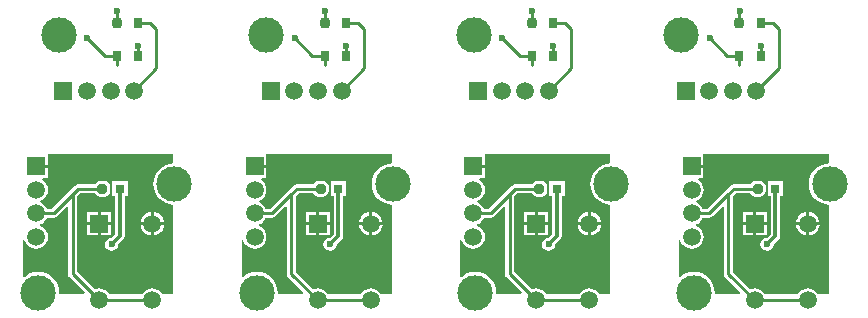
<source format=gbl>
G04*
G04 #@! TF.GenerationSoftware,Altium Limited,Altium Designer,20.1.8 (145)*
G04*
G04 Layer_Physical_Order=2*
G04 Layer_Color=16711680*
%FSLAX25Y25*%
%MOIN*%
G70*
G04*
G04 #@! TF.SameCoordinates,412804ED-27A4-4B33-A170-4839FA9A990F*
G04*
G04*
G04 #@! TF.FilePolarity,Positive*
G04*
G01*
G75*
G04:AMPARAMS|DCode=12|XSize=31.5mil|YSize=31.5mil|CornerRadius=7.87mil|HoleSize=0mil|Usage=FLASHONLY|Rotation=0.000|XOffset=0mil|YOffset=0mil|HoleType=Round|Shape=RoundedRectangle|*
%AMROUNDEDRECTD12*
21,1,0.03150,0.01575,0,0,0.0*
21,1,0.01575,0.03150,0,0,0.0*
1,1,0.01575,0.00787,-0.00787*
1,1,0.01575,-0.00787,-0.00787*
1,1,0.01575,-0.00787,0.00787*
1,1,0.01575,0.00787,0.00787*
%
%ADD12ROUNDEDRECTD12*%
%ADD13R,0.03150X0.03150*%
%ADD14C,0.01000*%
%ADD15C,0.01181*%
%ADD17C,0.00122*%
%ADD18C,0.11811*%
%ADD19C,0.05906*%
%ADD20R,0.05906X0.05906*%
%ADD21C,0.02362*%
%ADD22R,0.05906X0.05906*%
%ADD23R,0.03150X0.03347*%
G04:AMPARAMS|DCode=24|XSize=33.47mil|YSize=31.5mil|CornerRadius=7.87mil|HoleSize=0mil|Usage=FLASHONLY|Rotation=270.000|XOffset=0mil|YOffset=0mil|HoleType=Round|Shape=RoundedRectangle|*
%AMROUNDEDRECTD24*
21,1,0.03347,0.01575,0,0,270.0*
21,1,0.01772,0.03150,0,0,270.0*
1,1,0.01575,-0.00787,-0.00886*
1,1,0.01575,-0.00787,0.00886*
1,1,0.01575,0.00787,0.00886*
1,1,0.01575,0.00787,-0.00886*
%
%ADD24ROUNDEDRECTD24*%
G36*
X277728Y51239D02*
X276768Y51144D01*
X275467Y50749D01*
X274267Y50108D01*
X273216Y49245D01*
X272353Y48194D01*
X271711Y46994D01*
X271317Y45692D01*
X271183Y44339D01*
X271317Y42985D01*
X271711Y41683D01*
X272353Y40483D01*
X273216Y39432D01*
X274267Y38569D01*
X275467Y37928D01*
X276768Y37533D01*
X277728Y37438D01*
Y7724D01*
X274159D01*
X273658Y8378D01*
X272832Y9012D01*
X271870Y9410D01*
X270839Y9546D01*
X269807Y9410D01*
X268845Y9012D01*
X268020Y8378D01*
X267518Y7724D01*
X256443D01*
X255941Y8378D01*
X255116Y9012D01*
X254154Y9410D01*
X253122Y9546D01*
X252090Y9410D01*
X251626Y9218D01*
X245793Y15051D01*
Y40268D01*
X246760Y41234D01*
X251665D01*
X252030Y40688D01*
X252622Y40293D01*
X253319Y40154D01*
X254894D01*
X255591Y40293D01*
X256182Y40688D01*
X256577Y41279D01*
X256716Y41976D01*
Y43551D01*
X256577Y44249D01*
X256182Y44840D01*
X255591Y45235D01*
X254894Y45374D01*
X253319D01*
X252622Y45235D01*
X252030Y44840D01*
X251665Y44293D01*
X246126D01*
X245541Y44177D01*
X245044Y43845D01*
X243182Y41983D01*
X237331Y36132D01*
X235704D01*
X235512Y36596D01*
X234878Y37422D01*
X234052Y38055D01*
X233537Y38269D01*
Y38810D01*
X234052Y39024D01*
X234878Y39657D01*
X235512Y40483D01*
X235910Y41445D01*
X236046Y42476D01*
X235910Y43508D01*
X235512Y44470D01*
X234878Y45296D01*
X234093Y45898D01*
X234093Y45954D01*
X234428Y46398D01*
X236012D01*
Y49850D01*
X232059D01*
Y50850D01*
X236012D01*
Y54287D01*
X268280Y54287D01*
X277728D01*
Y51239D01*
D02*
G37*
G36*
X204894D02*
X203934Y51144D01*
X202632Y50749D01*
X201432Y50108D01*
X200381Y49245D01*
X199518Y48194D01*
X198877Y46994D01*
X198482Y45692D01*
X198348Y44339D01*
X198482Y42985D01*
X198877Y41683D01*
X199518Y40483D01*
X200381Y39432D01*
X201432Y38569D01*
X202632Y37928D01*
X203934Y37533D01*
X204894Y37438D01*
Y7724D01*
X201325D01*
X200823Y8378D01*
X199997Y9012D01*
X199036Y9410D01*
X198004Y9546D01*
X196972Y9410D01*
X196010Y9012D01*
X195185Y8378D01*
X194683Y7724D01*
X183608D01*
X183107Y8378D01*
X182281Y9012D01*
X181319Y9410D01*
X180287Y9546D01*
X179255Y9410D01*
X178791Y9218D01*
X172959Y15051D01*
Y40268D01*
X173925Y41234D01*
X178830D01*
X179196Y40688D01*
X179787Y40293D01*
X180484Y40154D01*
X182059D01*
X182756Y40293D01*
X183348Y40688D01*
X183743Y41279D01*
X183881Y41976D01*
Y43551D01*
X183743Y44249D01*
X183348Y44840D01*
X182756Y45235D01*
X182059Y45374D01*
X180484D01*
X179787Y45235D01*
X179196Y44840D01*
X178830Y44293D01*
X173291D01*
X172706Y44177D01*
X172210Y43845D01*
X170348Y41983D01*
X164496Y36132D01*
X162869D01*
X162677Y36596D01*
X162044Y37422D01*
X161218Y38055D01*
X160702Y38269D01*
Y38810D01*
X161218Y39024D01*
X162044Y39657D01*
X162677Y40483D01*
X163075Y41445D01*
X163211Y42476D01*
X163075Y43508D01*
X162677Y44470D01*
X162044Y45296D01*
X161259Y45898D01*
X161258Y45954D01*
X161594Y46398D01*
X163177D01*
Y49850D01*
X159224D01*
Y50850D01*
X163177D01*
Y54287D01*
X195445Y54287D01*
X204894D01*
Y51239D01*
D02*
G37*
G36*
X132059D02*
X131099Y51144D01*
X129797Y50749D01*
X128598Y50108D01*
X127546Y49245D01*
X126683Y48194D01*
X126042Y46994D01*
X125647Y45692D01*
X125514Y44339D01*
X125647Y42985D01*
X126042Y41683D01*
X126683Y40483D01*
X127546Y39432D01*
X128598Y38569D01*
X129797Y37928D01*
X131099Y37533D01*
X132059Y37438D01*
Y7724D01*
X128490D01*
X127988Y8378D01*
X127163Y9012D01*
X126201Y9410D01*
X125169Y9546D01*
X124137Y9410D01*
X123176Y9012D01*
X122350Y8378D01*
X121848Y7724D01*
X110774D01*
X110272Y8378D01*
X109446Y9012D01*
X108485Y9410D01*
X107453Y9546D01*
X106421Y9410D01*
X105957Y9218D01*
X100124Y15051D01*
Y40268D01*
X101090Y41234D01*
X105996D01*
X106361Y40688D01*
X106952Y40293D01*
X107650Y40154D01*
X109224D01*
X109922Y40293D01*
X110513Y40688D01*
X110908Y41279D01*
X111047Y41976D01*
Y43551D01*
X110908Y44249D01*
X110513Y44840D01*
X109922Y45235D01*
X109224Y45374D01*
X107650D01*
X106952Y45235D01*
X106361Y44840D01*
X105996Y44293D01*
X100457D01*
X99871Y44177D01*
X99375Y43845D01*
X97513Y41983D01*
X91662Y36132D01*
X90035D01*
X89842Y36596D01*
X89209Y37422D01*
X88383Y38055D01*
X87867Y38269D01*
Y38810D01*
X88383Y39024D01*
X89209Y39657D01*
X89842Y40483D01*
X90241Y41445D01*
X90377Y42476D01*
X90241Y43508D01*
X89842Y44470D01*
X89209Y45296D01*
X88424Y45898D01*
X88424Y45954D01*
X88759Y46398D01*
X90342D01*
Y49850D01*
X86390D01*
Y50850D01*
X90342D01*
Y54287D01*
X122610Y54287D01*
X132059D01*
Y51239D01*
D02*
G37*
G36*
X59224D02*
X58264Y51144D01*
X56963Y50749D01*
X55763Y50108D01*
X54712Y49245D01*
X53849Y48194D01*
X53207Y46994D01*
X52812Y45692D01*
X52679Y44339D01*
X52812Y42985D01*
X53207Y41683D01*
X53849Y40483D01*
X54712Y39432D01*
X55763Y38569D01*
X56963Y37928D01*
X58264Y37533D01*
X59224Y37438D01*
Y7724D01*
X55655D01*
X55154Y8378D01*
X54328Y9012D01*
X53367Y9410D01*
X52335Y9546D01*
X51303Y9410D01*
X50341Y9012D01*
X49516Y8378D01*
X49014Y7724D01*
X37939D01*
X37437Y8378D01*
X36612Y9012D01*
X35650Y9410D01*
X34618Y9546D01*
X33586Y9410D01*
X33122Y9218D01*
X27289Y15051D01*
Y40268D01*
X28256Y41234D01*
X33161D01*
X33526Y40688D01*
X34117Y40293D01*
X34815Y40154D01*
X36390D01*
X37087Y40293D01*
X37678Y40688D01*
X38074Y41279D01*
X38212Y41976D01*
Y43551D01*
X38074Y44249D01*
X37678Y44840D01*
X37087Y45235D01*
X36390Y45374D01*
X34815D01*
X34117Y45235D01*
X33526Y44840D01*
X33161Y44293D01*
X27622D01*
X27037Y44177D01*
X26541Y43845D01*
X24678Y41983D01*
X18827Y36132D01*
X17200D01*
X17008Y36596D01*
X16374Y37422D01*
X15549Y38055D01*
X15033Y38269D01*
Y38810D01*
X15549Y39024D01*
X16374Y39657D01*
X17008Y40483D01*
X17406Y41445D01*
X17542Y42476D01*
X17406Y43508D01*
X17008Y44470D01*
X16374Y45296D01*
X15589Y45898D01*
X15589Y45954D01*
X15924Y46398D01*
X17508D01*
Y49850D01*
X13555D01*
Y50850D01*
X17508D01*
Y54287D01*
X49776Y54287D01*
X59224D01*
Y51239D01*
D02*
G37*
G36*
X242734Y36556D02*
Y14417D01*
X242851Y13832D01*
X243182Y13336D01*
X248332Y8186D01*
X248141Y7724D01*
X240119D01*
X239783Y8095D01*
X239785Y8118D01*
X239652Y9472D01*
X239257Y10774D01*
X238616Y11973D01*
X237753Y13025D01*
X236701Y13888D01*
X235502Y14529D01*
X234200Y14924D01*
X232846Y15057D01*
X231493Y14924D01*
X230191Y14529D01*
X228991Y13888D01*
X228228Y13261D01*
X227728Y13498D01*
Y25604D01*
X228208Y25696D01*
X228606Y24735D01*
X229240Y23909D01*
X230066Y23276D01*
X231027Y22877D01*
X232059Y22741D01*
X233091Y22877D01*
X234052Y23276D01*
X234878Y23909D01*
X235512Y24735D01*
X235910Y25697D01*
X236046Y26728D01*
X235910Y27760D01*
X235512Y28722D01*
X234878Y29548D01*
X234052Y30181D01*
X233537Y30395D01*
Y30936D01*
X234052Y31150D01*
X234878Y31783D01*
X235512Y32609D01*
X235704Y33073D01*
X237965D01*
X238550Y33189D01*
X239046Y33521D01*
X242272Y36747D01*
X242734Y36556D01*
D02*
G37*
G36*
X169900D02*
Y14417D01*
X170016Y13832D01*
X170348Y13336D01*
X175497Y8186D01*
X175306Y7724D01*
X167284D01*
X166948Y8095D01*
X166951Y8118D01*
X166817Y9472D01*
X166423Y10774D01*
X165781Y11973D01*
X164918Y13025D01*
X163867Y13888D01*
X162667Y14529D01*
X161365Y14924D01*
X160012Y15057D01*
X158658Y14924D01*
X157356Y14529D01*
X156157Y13888D01*
X155394Y13261D01*
X154894Y13498D01*
Y25604D01*
X155373Y25696D01*
X155772Y24735D01*
X156405Y23909D01*
X157231Y23276D01*
X158193Y22877D01*
X159224Y22741D01*
X160256Y22877D01*
X161218Y23276D01*
X162044Y23909D01*
X162677Y24735D01*
X163075Y25697D01*
X163211Y26728D01*
X163075Y27760D01*
X162677Y28722D01*
X162044Y29548D01*
X161218Y30181D01*
X160702Y30395D01*
Y30936D01*
X161218Y31150D01*
X162044Y31783D01*
X162677Y32609D01*
X162869Y33073D01*
X165130D01*
X165715Y33189D01*
X166211Y33521D01*
X169438Y36747D01*
X169900Y36556D01*
D02*
G37*
G36*
X97065D02*
Y14417D01*
X97181Y13832D01*
X97513Y13336D01*
X102663Y8186D01*
X102471Y7724D01*
X94450D01*
X94114Y8095D01*
X94116Y8118D01*
X93983Y9472D01*
X93588Y10774D01*
X92947Y11973D01*
X92084Y13025D01*
X91032Y13888D01*
X89833Y14529D01*
X88531Y14924D01*
X87177Y15057D01*
X85824Y14924D01*
X84522Y14529D01*
X83322Y13888D01*
X82559Y13261D01*
X82059Y13498D01*
Y25604D01*
X82539Y25696D01*
X82937Y24735D01*
X83571Y23909D01*
X84396Y23276D01*
X85358Y22877D01*
X86390Y22741D01*
X87422Y22877D01*
X88383Y23276D01*
X89209Y23909D01*
X89842Y24735D01*
X90241Y25697D01*
X90377Y26728D01*
X90241Y27760D01*
X89842Y28722D01*
X89209Y29548D01*
X88383Y30181D01*
X87867Y30395D01*
Y30936D01*
X88383Y31150D01*
X89209Y31783D01*
X89842Y32609D01*
X90035Y33073D01*
X92295D01*
X92880Y33189D01*
X93377Y33521D01*
X96603Y36747D01*
X97065Y36556D01*
D02*
G37*
G36*
X24230D02*
Y14417D01*
X24347Y13832D01*
X24678Y13336D01*
X29828Y8186D01*
X29637Y7724D01*
X21615D01*
X21279Y8095D01*
X21281Y8118D01*
X21148Y9472D01*
X20753Y10774D01*
X20112Y11973D01*
X19249Y13025D01*
X18198Y13888D01*
X16998Y14529D01*
X15696Y14924D01*
X14343Y15057D01*
X12989Y14924D01*
X11687Y14529D01*
X10487Y13888D01*
X9724Y13261D01*
X9224Y13498D01*
Y25604D01*
X9704Y25696D01*
X10102Y24735D01*
X10736Y23909D01*
X11562Y23276D01*
X12523Y22877D01*
X13555Y22741D01*
X14587Y22877D01*
X15549Y23276D01*
X16374Y23909D01*
X17008Y24735D01*
X17406Y25697D01*
X17542Y26728D01*
X17406Y27760D01*
X17008Y28722D01*
X16374Y29548D01*
X15549Y30181D01*
X15033Y30395D01*
Y30936D01*
X15549Y31150D01*
X16374Y31783D01*
X17008Y32609D01*
X17200Y33073D01*
X19461D01*
X20046Y33189D01*
X20542Y33521D01*
X23768Y36747D01*
X24230Y36556D01*
D02*
G37*
%LPC*%
G36*
X271339Y35071D02*
Y31650D01*
X274760D01*
X274690Y32182D01*
X274291Y33143D01*
X273658Y33969D01*
X272832Y34602D01*
X271870Y35001D01*
X271339Y35071D01*
D02*
G37*
G36*
X257075Y35102D02*
X253622D01*
Y31650D01*
X257075D01*
Y35102D01*
D02*
G37*
G36*
X270339Y35071D02*
X269807Y35001D01*
X268845Y34602D01*
X268020Y33969D01*
X267386Y33143D01*
X266988Y32182D01*
X266918Y31650D01*
X270339D01*
Y35071D01*
D02*
G37*
G36*
X252622Y35102D02*
X249169D01*
Y31650D01*
X252622D01*
Y35102D01*
D02*
G37*
G36*
X274760Y30650D02*
X271339D01*
Y27229D01*
X271870Y27299D01*
X272832Y27697D01*
X273658Y28330D01*
X274291Y29156D01*
X274690Y30118D01*
X274760Y30650D01*
D02*
G37*
G36*
X270339D02*
X266918D01*
X266988Y30118D01*
X267386Y29156D01*
X268020Y28330D01*
X268845Y27697D01*
X269807Y27299D01*
X270339Y27229D01*
Y30650D01*
D02*
G37*
G36*
X257075D02*
X253622D01*
Y27197D01*
X257075D01*
Y30650D01*
D02*
G37*
G36*
X252622D02*
X249169D01*
Y27197D01*
X252622D01*
Y30650D01*
D02*
G37*
G36*
X262587Y45339D02*
X257437D01*
Y40189D01*
X258390D01*
Y27687D01*
X257169Y26466D01*
X256405Y26314D01*
X255683Y25832D01*
X255201Y25111D01*
X255032Y24260D01*
X255201Y23409D01*
X255683Y22687D01*
X256405Y22205D01*
X257256Y22036D01*
X258107Y22205D01*
X258828Y22687D01*
X259311Y23409D01*
X259462Y24173D01*
X261158Y25869D01*
X261510Y26395D01*
X261633Y27016D01*
Y40189D01*
X262587D01*
Y45339D01*
D02*
G37*
G36*
X198504Y35071D02*
Y31650D01*
X201925D01*
X201855Y32182D01*
X201457Y33143D01*
X200823Y33969D01*
X199997Y34602D01*
X199036Y35001D01*
X198504Y35071D01*
D02*
G37*
G36*
X184240Y35102D02*
X180787D01*
Y31650D01*
X184240D01*
Y35102D01*
D02*
G37*
G36*
X197504Y35071D02*
X196972Y35001D01*
X196010Y34602D01*
X195185Y33969D01*
X194551Y33143D01*
X194153Y32182D01*
X194083Y31650D01*
X197504D01*
Y35071D01*
D02*
G37*
G36*
X179787Y35102D02*
X176335D01*
Y31650D01*
X179787D01*
Y35102D01*
D02*
G37*
G36*
X201925Y30650D02*
X198504D01*
Y27229D01*
X199036Y27299D01*
X199997Y27697D01*
X200823Y28330D01*
X201457Y29156D01*
X201855Y30118D01*
X201925Y30650D01*
D02*
G37*
G36*
X197504D02*
X194083D01*
X194153Y30118D01*
X194551Y29156D01*
X195185Y28330D01*
X196010Y27697D01*
X196972Y27299D01*
X197504Y27229D01*
Y30650D01*
D02*
G37*
G36*
X184240D02*
X180787D01*
Y27197D01*
X184240D01*
Y30650D01*
D02*
G37*
G36*
X179787D02*
X176335D01*
Y27197D01*
X179787D01*
Y30650D01*
D02*
G37*
G36*
X189752Y45339D02*
X184602D01*
Y40189D01*
X185556D01*
Y27687D01*
X184334Y26466D01*
X183570Y26314D01*
X182849Y25832D01*
X182367Y25111D01*
X182197Y24260D01*
X182367Y23409D01*
X182849Y22687D01*
X183570Y22205D01*
X184421Y22036D01*
X185272Y22205D01*
X185994Y22687D01*
X186476Y23409D01*
X186628Y24173D01*
X188324Y25869D01*
X188675Y26395D01*
X188799Y27016D01*
Y40189D01*
X189752D01*
Y45339D01*
D02*
G37*
G36*
X125669Y35071D02*
Y31650D01*
X129090D01*
X129020Y32182D01*
X128622Y33143D01*
X127988Y33969D01*
X127163Y34602D01*
X126201Y35001D01*
X125669Y35071D01*
D02*
G37*
G36*
X111406Y35102D02*
X107953D01*
Y31650D01*
X111406D01*
Y35102D01*
D02*
G37*
G36*
X124669Y35071D02*
X124137Y35001D01*
X123176Y34602D01*
X122350Y33969D01*
X121717Y33143D01*
X121318Y32182D01*
X121248Y31650D01*
X124669D01*
Y35071D01*
D02*
G37*
G36*
X106953Y35102D02*
X103500D01*
Y31650D01*
X106953D01*
Y35102D01*
D02*
G37*
G36*
X129090Y30650D02*
X125669D01*
Y27229D01*
X126201Y27299D01*
X127163Y27697D01*
X127988Y28330D01*
X128622Y29156D01*
X129020Y30118D01*
X129090Y30650D01*
D02*
G37*
G36*
X124669D02*
X121248D01*
X121318Y30118D01*
X121717Y29156D01*
X122350Y28330D01*
X123176Y27697D01*
X124137Y27299D01*
X124669Y27229D01*
Y30650D01*
D02*
G37*
G36*
X111406D02*
X107953D01*
Y27197D01*
X111406D01*
Y30650D01*
D02*
G37*
G36*
X106953D02*
X103500D01*
Y27197D01*
X106953D01*
Y30650D01*
D02*
G37*
G36*
X116917Y45339D02*
X111768D01*
Y40189D01*
X112721D01*
Y27687D01*
X111500Y26466D01*
X110736Y26314D01*
X110014Y25832D01*
X109532Y25111D01*
X109363Y24260D01*
X109532Y23409D01*
X110014Y22687D01*
X110736Y22205D01*
X111587Y22036D01*
X112438Y22205D01*
X113159Y22687D01*
X113641Y23409D01*
X113793Y24173D01*
X115489Y25869D01*
X115841Y26395D01*
X115964Y27016D01*
Y40189D01*
X116917D01*
Y45339D01*
D02*
G37*
G36*
X52835Y35071D02*
Y31650D01*
X56256D01*
X56186Y32182D01*
X55787Y33143D01*
X55154Y33969D01*
X54328Y34602D01*
X53367Y35001D01*
X52835Y35071D01*
D02*
G37*
G36*
X38571Y35102D02*
X35118D01*
Y31650D01*
X38571D01*
Y35102D01*
D02*
G37*
G36*
X51835Y35071D02*
X51303Y35001D01*
X50341Y34602D01*
X49516Y33969D01*
X48882Y33143D01*
X48484Y32182D01*
X48414Y31650D01*
X51835D01*
Y35071D01*
D02*
G37*
G36*
X34118Y35102D02*
X30665D01*
Y31650D01*
X34118D01*
Y35102D01*
D02*
G37*
G36*
X56256Y30650D02*
X52835D01*
Y27229D01*
X53367Y27299D01*
X54328Y27697D01*
X55154Y28330D01*
X55787Y29156D01*
X56186Y30118D01*
X56256Y30650D01*
D02*
G37*
G36*
X51835D02*
X48414D01*
X48484Y30118D01*
X48882Y29156D01*
X49516Y28330D01*
X50341Y27697D01*
X51303Y27299D01*
X51835Y27229D01*
Y30650D01*
D02*
G37*
G36*
X38571D02*
X35118D01*
Y27197D01*
X38571D01*
Y30650D01*
D02*
G37*
G36*
X34118D02*
X30665D01*
Y27197D01*
X34118D01*
Y30650D01*
D02*
G37*
G36*
X44083Y45339D02*
X38933D01*
Y40189D01*
X39886D01*
Y27687D01*
X38665Y26466D01*
X37901Y26314D01*
X37179Y25832D01*
X36697Y25111D01*
X36528Y24260D01*
X36697Y23409D01*
X37179Y22687D01*
X37901Y22205D01*
X38752Y22036D01*
X39603Y22205D01*
X40325Y22687D01*
X40806Y23409D01*
X40958Y24173D01*
X42655Y25869D01*
X43006Y26395D01*
X43130Y27016D01*
Y40189D01*
X44083D01*
Y45339D01*
D02*
G37*
%LPD*%
D12*
X35602Y42764D02*
D03*
X108437D02*
D03*
X181272D02*
D03*
X254106D02*
D03*
D13*
X41508D02*
D03*
X114342D02*
D03*
X187177D02*
D03*
X260012D02*
D03*
D14*
X25760Y14417D02*
X34618Y5559D01*
X25760Y14417D02*
Y40902D01*
X19461Y34602D02*
X25760Y40902D01*
X27622Y42764D01*
X35602D01*
X13555Y34602D02*
X19461D01*
X34618Y5559D02*
X52335D01*
X98594Y14417D02*
X107453Y5559D01*
X98594Y14417D02*
Y40902D01*
X92295Y34602D02*
X98594Y40902D01*
X100457Y42764D01*
X108437D01*
X86390Y34602D02*
X92295D01*
X107453Y5559D02*
X125169D01*
X171429Y14417D02*
X180287Y5559D01*
X171429Y14417D02*
Y40902D01*
X165130Y34602D02*
X171429Y40902D01*
X173291Y42764D01*
X181272D01*
X159224Y34602D02*
X165130D01*
X180287Y5559D02*
X198004D01*
X244264Y14417D02*
X253122Y5559D01*
X244264Y14417D02*
Y40902D01*
X237965Y34602D02*
X244264Y40902D01*
X246126Y42764D01*
X254106D01*
X232059Y34602D02*
X237965D01*
X253122Y5559D02*
X270839D01*
X247980Y97992D02*
X248024Y98035D01*
Y101949D01*
X248067Y101992D01*
X259067Y97992D02*
X255067D01*
X261067Y82870D02*
Y95992D01*
X259067Y97992D01*
X253689Y75492D02*
X261067Y82870D01*
X247980Y87165D02*
X243894D01*
X238067Y92992D01*
X255067Y87165D02*
Y90492D01*
X247980Y84079D02*
Y87165D01*
X178858Y97992D02*
X178902Y98035D01*
Y101949D01*
X178945Y101992D01*
X189945Y97992D02*
X185945D01*
X191945Y82870D02*
Y95992D01*
X189945Y97992D01*
X184567Y75492D02*
X191945Y82870D01*
X178858Y87165D02*
X174772D01*
X168945Y92992D01*
X185945Y87165D02*
Y90492D01*
X178858Y84079D02*
Y87165D01*
X109736Y97992D02*
X109780Y98035D01*
Y101949D01*
X109823Y101992D01*
X120823Y97992D02*
X116823D01*
X122823Y82870D02*
Y95992D01*
X120823Y97992D01*
X115445Y75492D02*
X122823Y82870D01*
X109736Y87165D02*
X105650D01*
X99823Y92992D01*
X116823Y87165D02*
Y90492D01*
X109736Y84079D02*
Y87165D01*
X40614Y97992D02*
X40657Y98035D01*
Y101949D01*
X40701Y101992D01*
X51701Y97992D02*
X47701D01*
X53701Y82870D02*
Y95992D01*
X51701Y97992D01*
X46323Y75492D02*
X53701Y82870D01*
X40614Y87165D02*
X36527D01*
X30701Y92992D01*
X47701Y87165D02*
Y90492D01*
X40614Y84079D02*
Y87165D01*
D15*
X41508Y27016D02*
Y42764D01*
X38752Y24260D02*
X41508Y27016D01*
X114342D02*
Y42764D01*
X111587Y24260D02*
X114342Y27016D01*
X187177D02*
Y42764D01*
X184421Y24260D02*
X187177Y27016D01*
X260012D02*
Y42764D01*
X257256Y24260D02*
X260012Y27016D01*
D17*
X215748Y79724D02*
D03*
Y83661D02*
D03*
Y91535D02*
D03*
Y87598D02*
D03*
X218504D02*
D03*
Y91535D02*
D03*
Y83661D02*
D03*
Y79724D02*
D03*
X197244Y80118D02*
D03*
Y84055D02*
D03*
Y91929D02*
D03*
Y87992D02*
D03*
X200000D02*
D03*
Y91929D02*
D03*
Y84055D02*
D03*
Y80118D02*
D03*
X147244Y79724D02*
D03*
Y83661D02*
D03*
Y91535D02*
D03*
Y87598D02*
D03*
X150000D02*
D03*
Y91535D02*
D03*
Y83661D02*
D03*
Y79724D02*
D03*
X128347Y80118D02*
D03*
Y84055D02*
D03*
Y91929D02*
D03*
Y87992D02*
D03*
X131102D02*
D03*
Y91929D02*
D03*
Y84055D02*
D03*
Y80118D02*
D03*
X77953Y79724D02*
D03*
Y83661D02*
D03*
Y91535D02*
D03*
Y87598D02*
D03*
X80709D02*
D03*
Y91535D02*
D03*
Y83661D02*
D03*
Y79724D02*
D03*
X61811D02*
D03*
Y83661D02*
D03*
Y91535D02*
D03*
Y87598D02*
D03*
X59055D02*
D03*
Y91535D02*
D03*
Y83661D02*
D03*
Y79724D02*
D03*
X254528Y59842D02*
D03*
X250591D02*
D03*
X242717D02*
D03*
X246654D02*
D03*
Y62598D02*
D03*
X242717D02*
D03*
X250591D02*
D03*
X254528D02*
D03*
X181693Y59842D02*
D03*
X177756D02*
D03*
X169882D02*
D03*
X173819D02*
D03*
Y62598D02*
D03*
X169882D02*
D03*
X177756D02*
D03*
X181693D02*
D03*
X214370Y29528D02*
D03*
Y25591D02*
D03*
Y17717D02*
D03*
Y21654D02*
D03*
X217126D02*
D03*
Y17717D02*
D03*
Y25591D02*
D03*
Y29528D02*
D03*
X109252Y59842D02*
D03*
X105315D02*
D03*
X97441D02*
D03*
X101378D02*
D03*
Y62598D02*
D03*
X97441D02*
D03*
X105315D02*
D03*
X109252D02*
D03*
X141929Y29528D02*
D03*
Y25591D02*
D03*
Y17717D02*
D03*
Y21654D02*
D03*
X144685D02*
D03*
Y17717D02*
D03*
Y25591D02*
D03*
Y29528D02*
D03*
X36811Y59842D02*
D03*
X32874D02*
D03*
X25000D02*
D03*
X28937D02*
D03*
Y62598D02*
D03*
X25000D02*
D03*
X32874D02*
D03*
X36811D02*
D03*
X69488Y29528D02*
D03*
Y25591D02*
D03*
Y17717D02*
D03*
Y21654D02*
D03*
X72244D02*
D03*
Y17717D02*
D03*
Y25591D02*
D03*
Y29528D02*
D03*
D18*
X59618Y44339D02*
D03*
X14343Y8118D02*
D03*
X132453Y44339D02*
D03*
X87177Y8118D02*
D03*
X205287Y44339D02*
D03*
X160012Y8118D02*
D03*
X278122Y44339D02*
D03*
X232846Y8118D02*
D03*
X228567Y93992D02*
D03*
X159445D02*
D03*
X90323D02*
D03*
X21201D02*
D03*
D19*
X13555Y26728D02*
D03*
Y42476D02*
D03*
Y34602D02*
D03*
X34618Y5559D02*
D03*
X52335D02*
D03*
Y31150D02*
D03*
X86390Y26728D02*
D03*
Y42476D02*
D03*
Y34602D02*
D03*
X107453Y5559D02*
D03*
X125169D02*
D03*
Y31150D02*
D03*
X159224Y26728D02*
D03*
Y42476D02*
D03*
Y34602D02*
D03*
X180287Y5559D02*
D03*
X198004D02*
D03*
Y31150D02*
D03*
X232059Y26728D02*
D03*
Y42476D02*
D03*
Y34602D02*
D03*
X253122Y5559D02*
D03*
X270839D02*
D03*
Y31150D02*
D03*
X253689Y75492D02*
D03*
X237941D02*
D03*
X245815D02*
D03*
X184567D02*
D03*
X168819D02*
D03*
X176693D02*
D03*
X115445D02*
D03*
X99697D02*
D03*
X107571D02*
D03*
X46323D02*
D03*
X30575D02*
D03*
X38449D02*
D03*
D20*
X13555Y50350D02*
D03*
X34618Y31150D02*
D03*
X86390Y50350D02*
D03*
X107453Y31150D02*
D03*
X159224Y50350D02*
D03*
X180287Y31150D02*
D03*
X232059Y50350D02*
D03*
X253122Y31150D02*
D03*
D21*
X38752Y24260D02*
D03*
X111587D02*
D03*
X184421D02*
D03*
X257256D02*
D03*
X248067Y101992D02*
D03*
X238067Y92992D02*
D03*
X255067Y90492D02*
D03*
X178945Y101992D02*
D03*
X168945Y92992D02*
D03*
X185945Y90492D02*
D03*
X109823Y101992D02*
D03*
X99823Y92992D02*
D03*
X116823Y90492D02*
D03*
X40701Y101992D02*
D03*
X30701Y92992D02*
D03*
X47701Y90492D02*
D03*
D22*
X230067Y75492D02*
D03*
X160945D02*
D03*
X91823D02*
D03*
X22701D02*
D03*
D23*
X255067Y87165D02*
D03*
X247980D02*
D03*
X255067Y97992D02*
D03*
X185945Y87165D02*
D03*
X178858D02*
D03*
X185945Y97992D02*
D03*
X116823Y87165D02*
D03*
X109736D02*
D03*
X116823Y97992D02*
D03*
X47701Y87165D02*
D03*
X40614D02*
D03*
X47701Y97992D02*
D03*
D24*
X247980D02*
D03*
X178858D02*
D03*
X109736D02*
D03*
X40614D02*
D03*
M02*

</source>
